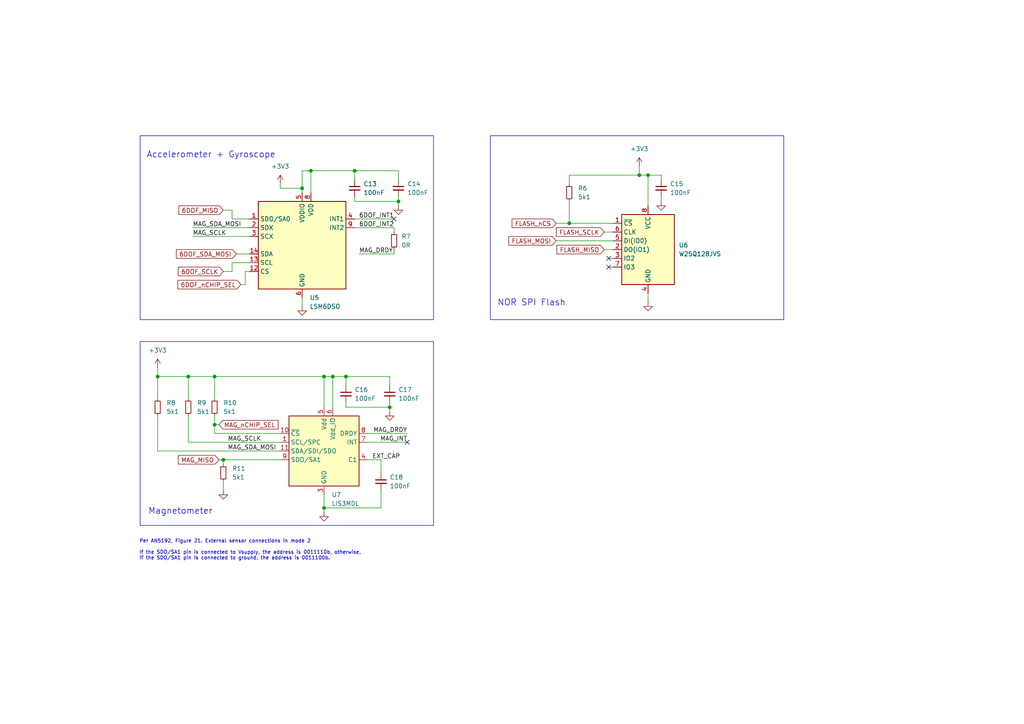
<source format=kicad_sch>
(kicad_sch (version 20231120) (generator "eeschema") (generator_version "8.0")
  (paper "A4")
  (lib_symbols
    (symbol "Device:C_Small" (pin_numbers hide) (pin_names (offset 0.254) hide)
      (property "Reference" "C" (at 0.254 1.778 0))
      (property "Value" "C_Small" (at 0.254 -2.032 0))
      (symbol "C_Small_0_1"
        (polyline (pts (xy -1.524 -0.508) (xy 1.524 -0.508)) (stroke (width 0.3302)))
        (polyline (pts (xy -1.524 0.508) (xy 1.524 0.508)) (stroke (width 0.3048)))
      )
      (symbol "C_Small_1_1"
        (pin passive line (at 0 2.54 270) (length 2.032) (name "~") (number "1"))
        (pin passive line (at 0 -2.54 90) (length 2.032) (name "~") (number "2"))
      )
    )
    (symbol "Device:R_Small" (pin_numbers hide) (pin_names (offset 0.254) hide)
      (property "Reference" "R" (at 0.762 0.508 0))
      (property "Value" "R_Small" (at 0.762 -1.016 0))
      (symbol "R_Small_0_1"
        (rectangle (start -0.762 1.778) (end 0.762 -1.778) (stroke (width 0.2032)))
      )
      (symbol "R_Small_1_1"
        (pin passive line (at 0 2.54 270) (length 0.762) (name "~") (number "1"))
        (pin passive line (at 0 -2.54 90) (length 0.762) (name "~") (number "2"))
      )
    )
    (symbol "GND_1" (power) (pin_numbers hide) (pin_names (offset 0) hide)
      (property "Value" "GND" (at 0 -3.81 0))
      (symbol "GND_1_0_1"
        (polyline (pts (xy 0 0) (xy 0 -1.27) (xy 1.27 -1.27) (xy 0 -2.54) (xy -1.27 -1.27) (xy 0 -1.27)))
      )
      (symbol "GND_1_1_1"
        (pin power_in line (at 0 0 270) (length 0) (name "~") (number "1"))
      )
    )
    (symbol "Memory_Flash:W25Q128JVS"
      (property "Reference" "U" (at -8.89 8.89 0))
      (property "Value" "W25Q128JVS" (at 7.62 8.89 0))
      (symbol "W25Q128JVS_0_1"
        (rectangle (start -7.62 10.16) (end 7.62 -10.16) (stroke (width 0.254)) (fill (type background)))
      )
      (symbol "W25Q128JVS_1_1"
        (pin input line (at -10.16 7.62 0) (length 2.54) (name "~{CS}") (number "1"))
        (pin bidirectional line (at -10.16 0 0) (length 2.54) (name "DO(IO1)") (number "2"))
        (pin bidirectional line (at -10.16 -2.54 0) (length 2.54) (name "IO2") (number "3"))
        (pin power_in line (at 0 -12.7 90) (length 2.54) (name "GND") (number "4"))
        (pin bidirectional line (at -10.16 2.54 0) (length 2.54) (name "DI(IO0)") (number "5"))
        (pin input line (at -10.16 5.08 0) (length 2.54) (name "CLK") (number "6"))
        (pin bidirectional line (at -10.16 -5.08 0) (length 2.54) (name "IO3") (number "7"))
        (pin power_in line (at 0 12.7 270) (length 2.54) (name "VCC") (number "8"))
      )
    )
    (symbol "Sensor_Magnetic:LIS3MDL"
      (property "Reference" "U" (at -8.89 11.43 0))
      (property "Value" "LIS3MDL" (at 7.62 11.43 0))
      (symbol "LIS3MDL_0_1"
        (rectangle (start -10.16 10.16) (end 10.16 -10.16) (stroke (width 0.254)) (fill (type background)))
      )
      (symbol "LIS3MDL_1_1"
        (pin input line (at -12.7 2.54 0) (length 2.54) (name "SCL/SPC") (number "1"))
        (pin input line (at -12.7 5.08 0) (length 2.54) (name "~{CS}") (number "10"))
        (pin bidirectional line (at -12.7 0 0) (length 2.54) (name "SDA/SDI/SDO") (number "11"))
        (pin passive line (at 0 -12.7 90) (length 2.54) hide (name "GND") (number "12"))
        (pin passive line (at 0 -12.7 90) (length 2.54) hide (name "GND") (number "2"))
        (pin power_in line (at 0 -12.7 90) (length 2.54) (name "GND") (number "3"))
        (pin power_out line (at 12.7 -2.54 180) (length 2.54) (name "C1") (number "4"))
        (pin power_in line (at 0 12.7 270) (length 2.54) (name "Vdd") (number "5"))
        (pin power_in line (at 2.54 12.7 270) (length 2.54) (name "Vdd_IO") (number "6"))
        (pin output line (at 12.7 2.54 180) (length 2.54) (name "INT") (number "7"))
        (pin output line (at 12.7 5.08 180) (length 2.54) (name "DRDY") (number "8"))
        (pin bidirectional line (at -12.7 -2.54 0) (length 2.54) (name "SDO/SA1") (number "9"))
      )
    )
    (symbol "Sensor_Motion:LSM6DS3"
      (property "Reference" "U" (at -11.43 15.24 0))
      (property "Value" "LSM6DS3" (at -11.43 12.7 0))
      (symbol "LSM6DS3_0_1"
        (rectangle (start -12.7 12.7) (end 12.7 -12.7) (stroke (width 0.254)) (fill (type background)))
      )
      (symbol "LSM6DS3_1_1"
        (pin bidirectional line (at -15.24 7.62 0) (length 2.54) (name "SDO/SA0") (number "1"))
        (pin no_connect line (at 12.7 -5.08 180) (length 3.81) hide (name "NC") (number "10"))
        (pin no_connect line (at 12.7 -2.54 180) (length 3.81) hide (name "NC") (number "11"))
        (pin input line (at -15.24 -7.62 0) (length 2.54) (name "CS") (number "12"))
        (pin input line (at -15.24 -5.08 0) (length 2.54) (name "SCL") (number "13"))
        (pin bidirectional line (at -15.24 -2.54 0) (length 2.54) (name "SDA") (number "14"))
        (pin bidirectional line (at -15.24 5.08 0) (length 2.54) (name "SDX") (number "2"))
        (pin input line (at -15.24 2.54 0) (length 2.54) (name "SCX") (number "3"))
        (pin output line (at 15.24 7.62 180) (length 2.54) (name "INT1") (number "4"))
        (pin power_in line (at 0 15.24 270) (length 2.54) (name "VDDIO") (number "5"))
        (pin power_in line (at 0 -15.24 90) (length 2.54) (name "GND") (number "6"))
        (pin passive line (at 0 -15.24 90) (length 2.54) hide (name "GND") (number "7"))
        (pin power_in line (at 2.54 15.24 270) (length 2.54) (name "VDD") (number "8"))
        (pin output line (at 15.24 5.08 180) (length 2.54) (name "INT2") (number "9"))
      )
    )
    (symbol "power:+3V3" (power) (pin_numbers hide) (pin_names (offset 0) hide)
      (property "Value" "+3V3" (at 0 3.556 0))
      (symbol "+3V3_0_1"
        (polyline (pts (xy -0.762 1.27) (xy 0 2.54)))
        (polyline (pts (xy 0 0) (xy 0 2.54)))
        (polyline (pts (xy 0 2.54) (xy 0.762 1.27)))
      )
      (symbol "+3V3_1_1"
        (pin power_in line (at 0 0 90) (length 0) (name "~") (number "1"))
      )
    )
  )
  (junction (at 64.77 133.35))
  (junction (at 113.03 118.11))
  (junction (at 115.57 58.42))
  (junction (at 45.72 109.22))
  (junction (at 54.61 109.22))
  (junction (at 185.42 50.8))
  (junction (at 90.17 49.53))
  (junction (at 62.23 123.19))
  (junction (at 102.87 49.53))
  (junction (at 165.1 64.77))
  (junction (at 100.33 109.22))
  (junction (at 96.52 109.22))
  (junction (at 87.63 54.61))
  (junction (at 93.98 147.32))
  (junction (at 187.96 50.8))
  (junction (at 62.23 109.22))
  (junction (at 93.98 109.22))
  (no_connect (at 118.11 128.27))
  (no_connect (at 114.3 63.5))
  (no_connect (at 176.53 74.93))
  (no_connect (at 176.53 77.47))
  (wire (pts (xy 102.87 58.42) (xy 115.57 58.42)))
  (wire (pts (xy 63.5 133.35) (xy 64.77 133.35)))
  (wire (pts (xy 161.29 69.85) (xy 177.8 69.85)))
  (wire (pts (xy 100.33 111.76) (xy 100.33 109.22)))
  (wire (pts (xy 175.26 67.31) (xy 177.8 67.31)))
  (wire (pts (xy 115.57 52.07) (xy 115.57 49.53)))
  (wire (pts (xy 67.31 60.96) (xy 67.31 63.5)))
  (wire (pts (xy 54.61 109.22) (xy 62.23 109.22)))
  (wire (pts (xy 115.57 49.53) (xy 102.87 49.53)))
  (wire (pts (xy 113.03 118.11) (xy 113.03 119.38)))
  (wire (pts (xy 102.87 49.53) (xy 90.17 49.53)))
  (wire (pts (xy 64.77 133.35) (xy 81.28 133.35)))
  (wire (pts (xy 175.26 72.39) (xy 177.8 72.39)))
  (wire (pts (xy 81.28 53.34) (xy 81.28 54.61)))
  (wire (pts (xy 115.57 57.15) (xy 115.57 58.42)))
  (wire (pts (xy 71.12 82.55) (xy 71.12 78.74)))
  (wire (pts (xy 96.52 109.22) (xy 96.52 118.11)))
  (wire (pts (xy 81.28 54.61) (xy 87.63 54.61)))
  (wire (pts (xy 54.61 120.65) (xy 54.61 128.27)))
  (wire (pts (xy 165.1 58.42) (xy 165.1 64.77)))
  (wire (pts (xy 187.96 50.8) (xy 187.96 59.69)))
  (wire (pts (xy 110.49 142.24) (xy 110.49 147.32)))
  (wire (pts (xy 54.61 109.22) (xy 54.61 115.57)))
  (wire (pts (xy 63.5 123.19) (xy 62.23 123.19)))
  (wire (pts (xy 161.29 64.77) (xy 165.1 64.77)))
  (wire (pts (xy 113.03 109.22) (xy 100.33 109.22)))
  (wire (pts (xy 114.3 67.31) (xy 114.3 66.04)))
  (wire (pts (xy 45.72 120.65) (xy 45.72 130.81)))
  (wire (pts (xy 62.23 123.19) (xy 62.23 125.73)))
  (wire (pts (xy 93.98 109.22) (xy 93.98 118.11)))
  (wire (pts (xy 93.98 143.51) (xy 93.98 147.32)))
  (wire (pts (xy 176.53 74.93) (xy 177.8 74.93)))
  (wire (pts (xy 55.88 66.04) (xy 72.39 66.04)))
  (wire (pts (xy 87.63 49.53) (xy 90.17 49.53)))
  (wire (pts (xy 185.42 48.26) (xy 185.42 50.8)))
  (wire (pts (xy 69.85 82.55) (xy 71.12 82.55)))
  (wire (pts (xy 100.33 118.11) (xy 113.03 118.11)))
  (wire (pts (xy 110.49 147.32) (xy 93.98 147.32)))
  (wire (pts (xy 64.77 134.62) (xy 64.77 133.35)))
  (wire (pts (xy 87.63 86.36) (xy 87.63 88.9)))
  (wire (pts (xy 165.1 50.8) (xy 185.42 50.8)))
  (wire (pts (xy 55.88 68.58) (xy 72.39 68.58)))
  (wire (pts (xy 102.87 52.07) (xy 102.87 49.53)))
  (wire (pts (xy 71.12 78.74) (xy 72.39 78.74)))
  (wire (pts (xy 100.33 116.84) (xy 100.33 118.11)))
  (wire (pts (xy 93.98 109.22) (xy 96.52 109.22)))
  (wire (pts (xy 187.96 85.09) (xy 187.96 87.63)))
  (wire (pts (xy 102.87 63.5) (xy 114.3 63.5)))
  (wire (pts (xy 104.14 73.66) (xy 114.3 73.66)))
  (wire (pts (xy 45.72 109.22) (xy 54.61 109.22)))
  (wire (pts (xy 165.1 50.8) (xy 165.1 53.34)))
  (wire (pts (xy 67.31 63.5) (xy 72.39 63.5)))
  (wire (pts (xy 185.42 50.8) (xy 187.96 50.8)))
  (wire (pts (xy 64.77 139.7) (xy 64.77 142.24)))
  (wire (pts (xy 64.77 60.96) (xy 67.31 60.96)))
  (wire (pts (xy 68.58 73.66) (xy 72.39 73.66)))
  (wire (pts (xy 114.3 72.39) (xy 114.3 73.66)))
  (wire (pts (xy 176.53 77.47) (xy 177.8 77.47)))
  (wire (pts (xy 191.77 50.8) (xy 187.96 50.8)))
  (wire (pts (xy 67.31 76.2) (xy 72.39 76.2)))
  (wire (pts (xy 62.23 109.22) (xy 62.23 115.57)))
  (wire (pts (xy 67.31 78.74) (xy 67.31 76.2)))
  (wire (pts (xy 45.72 130.81) (xy 81.28 130.81)))
  (wire (pts (xy 113.03 116.84) (xy 113.03 118.11)))
  (wire (pts (xy 115.57 58.42) (xy 115.57 59.69)))
  (wire (pts (xy 106.68 128.27) (xy 118.11 128.27)))
  (wire (pts (xy 90.17 49.53) (xy 90.17 55.88)))
  (wire (pts (xy 62.23 120.65) (xy 62.23 123.19)))
  (wire (pts (xy 114.3 66.04) (xy 102.87 66.04)))
  (wire (pts (xy 102.87 57.15) (xy 102.87 58.42)))
  (wire (pts (xy 93.98 147.32) (xy 93.98 148.59)))
  (wire (pts (xy 113.03 111.76) (xy 113.03 109.22)))
  (wire (pts (xy 96.52 109.22) (xy 100.33 109.22)))
  (wire (pts (xy 87.63 49.53) (xy 87.63 54.61)))
  (wire (pts (xy 110.49 133.35) (xy 110.49 137.16)))
  (wire (pts (xy 106.68 125.73) (xy 118.11 125.73)))
  (wire (pts (xy 191.77 57.15) (xy 191.77 58.42)))
  (wire (pts (xy 54.61 128.27) (xy 81.28 128.27)))
  (wire (pts (xy 191.77 52.07) (xy 191.77 50.8)))
  (wire (pts (xy 62.23 109.22) (xy 93.98 109.22)))
  (wire (pts (xy 106.68 133.35) (xy 110.49 133.35)))
  (wire (pts (xy 45.72 109.22) (xy 45.72 115.57)))
  (wire (pts (xy 64.77 78.74) (xy 67.31 78.74)))
  (wire (pts (xy 165.1 64.77) (xy 177.8 64.77)))
  (wire (pts (xy 62.23 125.73) (xy 81.28 125.73)))
  (wire (pts (xy 87.63 54.61) (xy 87.63 55.88)))
  (wire (pts (xy 45.72 106.68) (xy 45.72 109.22)))
  (rectangle (start 142.24 39.37) (end 227.33 92.71))
  (rectangle (start 40.64 99.06) (end 125.73 152.4))
  (rectangle (start 40.64 39.37) (end 125.73 92.71))
  (text "Magnetometer" (at 52.324 148.336 0) (effects (font (size 1.778 1.778))))
  (text "NOR SPI Flash" (at 154.178 87.884 0) (effects (font (size 1.778 1.778))))
  (text "Accelerometer + Gyroscope" (at 61.214 44.958 0) (effects (font (size 1.778 1.778))))
  (text "Per AN5192, Figure 21. External sensor connections in mode 2\n\nIf the SDO/SA1 pin is connected to Vsupply, the address is 0011110b, otherwise, \nif the SDO/SA1 pin is connected to ground, the address is 0011100b." (at 40.386 159.512 0) (effects (font (size 1.016 1.016)) (justify left)))
  (label "EXT_CAP" (at 107.95 133.35 0))
  (label "6DOF_INT1" (at 114.3 63.5 180))
  (label "MAG_INT" (at 118.11 128.27 180))
  (label "MAG_SCLK" (at 66.04 128.27 0))
  (label "MAG_DRDY" (at 118.11 125.73 180))
  (label "MAG_DRDY" (at 104.14 73.66 0))
  (label "6DOF_INT2" (at 104.14 66.04 0))
  (label "MAG_SDA_MOSI" (at 66.04 130.81 0))
  (label "MAG_SCLK" (at 55.88 68.58 0))
  (label "MAG_SDA_MOSI" (at 55.88 66.04 0))
  (global_label "6DOF_SDA_MOSI" (shape input) (at 68.58 73.66 180) (property "Intersheetrefs" "${INTERSHEET_REFS}" (effects (hide yes))))
  (global_label "MAG_nCHIP_SEL" (shape input) (at 63.5 123.19 0) (property "Intersheetrefs" "${INTERSHEET_REFS}" (effects (hide yes))))
  (global_label "FLASH_MISO" (shape input) (at 175.26 72.39 180) (property "Intersheetrefs" "${INTERSHEET_REFS}" (effects (hide yes))))
  (global_label "FLASH_nCS" (shape input) (at 161.29 64.77 180) (property "Intersheetrefs" "${INTERSHEET_REFS}" (effects (hide yes))))
  (global_label "MAG_MISO" (shape input) (at 63.5 133.35 180) (property "Intersheetrefs" "${INTERSHEET_REFS}" (effects (hide yes))))
  (global_label "FLASH_SCLK" (shape input) (at 175.26 67.31 180) (property "Intersheetrefs" "${INTERSHEET_REFS}" (effects (hide yes))))
  (global_label "6DOF_MISO" (shape input) (at 64.77 60.96 180) (property "Intersheetrefs" "${INTERSHEET_REFS}" (effects (hide yes))))
  (global_label "6DOF_nCHIP_SEL" (shape input) (at 69.85 82.55 180) (property "Intersheetrefs" "${INTERSHEET_REFS}" (effects (hide yes))))
  (global_label "FLASH_MOSI" (shape input) (at 161.29 69.85 180) (property "Intersheetrefs" "${INTERSHEET_REFS}" (effects (hide yes))))
  (global_label "6DOF_SCLK" (shape input) (at 64.77 78.74 180) (property "Intersheetrefs" "${INTERSHEET_REFS}" (effects (hide yes))))
  (symbol (lib_id "Device:R_Small") (at 114.3 69.85 0) (mirror y) (unit 1)
    (property "Reference" "R7" (at 119.126 68.58 0) (effects (justify left)))
    (property "Value" "0R" (at 119.126 71.12 0) (effects (justify left)))
    (property "Footprint" "Resistor_SMD:R_0402_1005Metric" (effects (hide yes)))
    (property "Datasheet" "https://datasheet.lcsc.com/lcsc/2206010216_UNI-ROYAL-Uniroyal-Elec-0402WGF0000TCE_C17168.pdf" (effects (hide yes)))
    (property "LCSC Part #" "C17168" (effects (hide yes)))
    (property "Manufacturer" "UNI-ROYAL" (effects (hide yes)))
    (property "Manufacturer Part Number" "0402WGF0000TCE" (effects (hide yes)))
  )
  (symbol (lib_id "Device:C_Small") (at 115.57 54.61 0) (unit 1)
    (property "Reference" "C14" (at 118.11 53.3462 0) (effects (justify left)))
    (property "Value" "100nF" (at 118.11 55.8862 0) (effects (justify left)))
    (property "Footprint" "Capacitor_SMD:C_0402_1005Metric" (effects (hide yes)))
    (property "Datasheet" "https://mm.digikey.com/Volume0/opasdata/d220001/medias/docus/609/CL05B104KO5NNNC.pdf" (effects (hide yes)))
    (property "Description" "Unpolarized capacitor, small symbol" (effects (hide yes)))
    (property "Manufacturer" "Samsung Electro-Mechanics" (effects (hide yes)))
    (property "Manufacturer Part Number" "CL05B104KO5NNNC" (effects (hide yes)))
    (property "LCSC Part #" "C1525" (effects (hide yes)))
  )
  (symbol (lib_id "Device:C_Small") (at 100.33 114.3 0) (unit 1)
    (property "Reference" "C16" (at 102.87 113.0362 0) (effects (justify left)))
    (property "Value" "100nF" (at 102.87 115.5762 0) (effects (justify left)))
    (property "Footprint" "Capacitor_SMD:C_0402_1005Metric" (effects (hide yes)))
    (property "Datasheet" "https://mm.digikey.com/Volume0/opasdata/d220001/medias/docus/609/CL05B104KO5NNNC.pdf" (effects (hide yes)))
    (property "Description" "Unpolarized capacitor, small symbol" (effects (hide yes)))
    (property "Manufacturer" "Samsung Electro-Mechanics" (effects (hide yes)))
    (property "Manufacturer Part Number" "CL05B104KO5NNNC" (effects (hide yes)))
    (property "LCSC Part #" "C1525" (effects (hide yes)))
  )
  (symbol (lib_name "GND_1") (lib_id "power:GND") (at 115.57 59.69 0) (unit 1)
    (property "Reference" "#PWR021" (effects (hide yes)))
    (property "Value" "GND" (effects (hide yes)))
    (property "Description" "Power symbol creates a global label with name \"GND\" , ground" (effects (hide yes)))
  )
  (symbol (lib_id "Device:C_Small") (at 113.03 114.3 0) (unit 1)
    (property "Reference" "C17" (at 115.57 113.0362 0) (effects (justify left)))
    (property "Value" "100nF" (at 115.57 115.5762 0) (effects (justify left)))
    (property "Footprint" "Capacitor_SMD:C_0402_1005Metric" (effects (hide yes)))
    (property "Datasheet" "https://mm.digikey.com/Volume0/opasdata/d220001/medias/docus/609/CL05B104KO5NNNC.pdf" (effects (hide yes)))
    (property "Description" "Unpolarized capacitor, small symbol" (effects (hide yes)))
    (property "Manufacturer" "Samsung Electro-Mechanics" (effects (hide yes)))
    (property "Manufacturer Part Number" "CL05B104KO5NNNC" (effects (hide yes)))
    (property "LCSC Part #" "C1525" (effects (hide yes)))
  )
  (symbol (lib_id "Sensor_Magnetic:LIS3MDL") (at 93.98 130.81 0) (unit 1)
    (property "Reference" "U7" (at 96.1741 143.51 0) (effects (justify left)))
    (property "Value" "LIS3MDL" (at 96.1741 146.05 0) (effects (justify left)))
    (property "Footprint" "Package_LGA:LGA-12_2x2mm_P0.5mm" (effects (hide yes)))
    (property "Datasheet" "https://www.st.com/resource/en/datasheet/lis3mdl.pdf" (effects (hide yes)))
    (property "LCSC Part #" "C478483" (effects (hide yes)))
    (property "Manufacturer Part Number" "LIS3MDLTR" (effects (hide yes)))
    (property "Manufacturer" "STMicroelectronics" (effects (hide yes)))
  )
  (symbol (lib_id "power:+3V3") (at 81.28 53.34 0) (unit 1)
    (property "Reference" "#PWR019" (effects (hide yes)))
    (property "Value" "+3V3" (at 81.28 48.26 0))
    (property "Description" "Power symbol creates a global label with name \"+3V3\"" (effects (hide yes)))
  )
  (symbol (lib_id "Memory_Flash:W25Q128JVS") (at 187.96 72.39 0) (unit 1)
    (property "Reference" "U6" (at 196.85 71.1199 0) (effects (justify left)))
    (property "Value" "W25Q128JVS" (at 196.85 73.6599 0) (effects (justify left)))
    (property "Footprint" "Package_SO:SOIC-8_5.23x5.23mm_P1.27mm" (effects (hide yes)))
    (property "Datasheet" "http://www.winbond.com/resource-files/w25q128jv_dtr%20revc%2003272018%20plus.pdf" (effects (hide yes)))
    (property "Description" "128Mb Serial Flash Memory, Standard/Dual/Quad SPI, SOIC-8" (effects (hide yes)))
    (property "LCSC Part #" "C97521" (effects (hide yes)))
    (property "Manufacturer" " Winbond Electronics" (effects (hide yes)))
    (property "Manufacturer Part Number" "W25Q128JVSIQ" (effects (hide yes)))
  )
  (symbol (lib_id "Device:R_Small") (at 64.77 137.16 0) (unit 1)
    (property "Reference" "R11" (at 67.31 135.8899 0) (effects (justify left)))
    (property "Value" "5k1" (at 67.31 138.4299 0) (effects (justify left)))
    (property "Footprint" "Resistor_SMD:R_0603_1608Metric" (effects (hide yes)))
    (property "Datasheet" "https://wmsc.lcsc.com/wmsc/upload/file/pdf/v2/lcsc/2206010116_UNI-ROYAL-Uniroyal-Elec-0603WAF5101T5E_C23186.pdf" (effects (hide yes)))
    (property "Description" "Resistor, small symbol" (effects (hide yes)))
    (property "Manufacturer" "UNI-ROYAL" (effects (hide yes)))
    (property "Manufacturer Part Number" "0603WAF5101T5E" (effects (hide yes)))
    (property "LCSC Part #" "C23186" (effects (hide yes)))
  )
  (symbol (lib_id "Sensor_Motion:LSM6DS3") (at 87.63 71.12 0) (unit 1)
    (property "Reference" "U5" (at 89.8241 86.36 0) (effects (justify left)))
    (property "Value" "LSM6DSO" (at 89.8241 88.9 0) (effects (justify left)))
    (property "Footprint" "Package_LGA:LGA-14_3x2.5mm_P0.5mm_LayoutBorder3x4y" (effects (hide yes)))
    (property "Datasheet" "https://www.st.com/resource/en/datasheet/lsm6dsox.pdf" (effects (hide yes)))
    (property "LCSC Part #" "C2829074" (effects (hide yes)))
    (property "Manufacturer Part Number" "LSM6DSOTR" (effects (hide yes)))
    (property "Manufacturer" "STMicroelectronics" (effects (hide yes)))
  )
  (symbol (lib_id "Device:C_Small") (at 191.77 54.61 0) (unit 1)
    (property "Reference" "C15" (at 194.31 53.3462 0) (effects (justify left)))
    (property "Value" "100nF" (at 194.31 55.8862 0) (effects (justify left)))
    (property "Footprint" "Capacitor_SMD:C_0402_1005Metric" (effects (hide yes)))
    (property "Datasheet" "https://mm.digikey.com/Volume0/opasdata/d220001/medias/docus/609/CL05B104KO5NNNC.pdf" (effects (hide yes)))
    (property "Description" "Unpolarized capacitor, small symbol" (effects (hide yes)))
    (property "Manufacturer" "Samsung Electro-Mechanics" (effects (hide yes)))
    (property "Manufacturer Part Number" "CL05B104KO5NNNC" (effects (hide yes)))
    (property "LCSC Part #" "C1525" (effects (hide yes)))
  )
  (symbol (lib_id "Device:R_Small") (at 62.23 118.11 0) (unit 1)
    (property "Reference" "R10" (at 64.77 116.8399 0) (effects (justify left)))
    (property "Value" "5k1" (at 64.77 119.3799 0) (effects (justify left)))
    (property "Footprint" "Resistor_SMD:R_0603_1608Metric" (effects (hide yes)))
    (property "Datasheet" "https://wmsc.lcsc.com/wmsc/upload/file/pdf/v2/lcsc/2206010116_UNI-ROYAL-Uniroyal-Elec-0603WAF5101T5E_C23186.pdf" (effects (hide yes)))
    (property "Description" "Resistor, small symbol" (effects (hide yes)))
    (property "Manufacturer" "UNI-ROYAL" (effects (hide yes)))
    (property "Manufacturer Part Number" "0603WAF5101T5E" (effects (hide yes)))
    (property "LCSC Part #" "C23186" (effects (hide yes)))
  )
  (symbol (lib_id "Device:C_Small") (at 102.87 54.61 0) (unit 1)
    (property "Reference" "C13" (at 105.41 53.3462 0) (effects (justify left)))
    (property "Value" "100nF" (at 105.41 55.8862 0) (effects (justify left)))
    (property "Footprint" "Capacitor_SMD:C_0402_1005Metric" (effects (hide yes)))
    (property "Datasheet" "https://mm.digikey.com/Volume0/opasdata/d220001/medias/docus/609/CL05B104KO5NNNC.pdf" (effects (hide yes)))
    (property "Description" "Unpolarized capacitor, small symbol" (effects (hide yes)))
    (property "Manufacturer" "Samsung Electro-Mechanics" (effects (hide yes)))
    (property "Manufacturer Part Number" "CL05B104KO5NNNC" (effects (hide yes)))
    (property "LCSC Part #" "C1525" (effects (hide yes)))
  )
  (symbol (lib_name "GND_1") (lib_id "power:GND") (at 64.77 142.24 0) (unit 1)
    (property "Reference" "#PWR026" (effects (hide yes)))
    (property "Value" "GND" (effects (hide yes)))
    (property "Description" "Power symbol creates a global label with name \"GND\" , ground" (effects (hide yes)))
  )
  (symbol (lib_id "power:+3V3") (at 45.72 106.68 0) (unit 1)
    (property "Reference" "#PWR024" (effects (hide yes)))
    (property "Value" "+3V3" (at 45.72 101.6 0))
    (property "Description" "Power symbol creates a global label with name \"+3V3\"" (effects (hide yes)))
  )
  (symbol (lib_id "Device:R_Small") (at 54.61 118.11 0) (unit 1)
    (property "Reference" "R9" (at 57.15 116.8399 0) (effects (justify left)))
    (property "Value" "5k1" (at 57.15 119.3799 0) (effects (justify left)))
    (property "Footprint" "Resistor_SMD:R_0603_1608Metric" (effects (hide yes)))
    (property "Datasheet" "https://wmsc.lcsc.com/wmsc/upload/file/pdf/v2/lcsc/2206010116_UNI-ROYAL-Uniroyal-Elec-0603WAF5101T5E_C23186.pdf" (effects (hide yes)))
    (property "Description" "Resistor, small symbol" (effects (hide yes)))
    (property "Manufacturer" "UNI-ROYAL" (effects (hide yes)))
    (property "Manufacturer Part Number" "0603WAF5101T5E" (effects (hide yes)))
    (property "LCSC Part #" "C23186" (effects (hide yes)))
  )
  (symbol (lib_id "Device:R_Small") (at 165.1 55.88 0) (unit 1)
    (property "Reference" "R6" (at 167.64 54.6099 0) (effects (justify left)))
    (property "Value" "5k1" (at 167.64 57.1499 0) (effects (justify left)))
    (property "Footprint" "Resistor_SMD:R_0603_1608Metric" (effects (hide yes)))
    (property "Datasheet" "https://wmsc.lcsc.com/wmsc/upload/file/pdf/v2/lcsc/2206010116_UNI-ROYAL-Uniroyal-Elec-0603WAF5101T5E_C23186.pdf" (effects (hide yes)))
    (property "Description" "Resistor, small symbol" (effects (hide yes)))
    (property "Manufacturer" "UNI-ROYAL" (effects (hide yes)))
    (property "Manufacturer Part Number" "0603WAF5101T5E" (effects (hide yes)))
    (property "LCSC Part #" "C23186" (effects (hide yes)))
  )
  (symbol (lib_name "GND_1") (lib_id "power:GND") (at 113.03 119.38 0) (unit 1)
    (property "Reference" "#PWR025" (effects (hide yes)))
    (property "Value" "GND" (effects (hide yes)))
    (property "Description" "Power symbol creates a global label with name \"GND\" , ground" (effects (hide yes)))
  )
  (symbol (lib_id "power:+3V3") (at 185.42 48.26 0) (unit 1)
    (property "Reference" "#PWR018" (effects (hide yes)))
    (property "Value" "+3V3" (at 185.42 43.18 0))
    (property "Description" "Power symbol creates a global label with name \"+3V3\"" (effects (hide yes)))
  )
  (symbol (lib_id "Device:C_Small") (at 110.49 139.7 0) (unit 1)
    (property "Reference" "C18" (at 113.03 138.4362 0) (effects (justify left)))
    (property "Value" "100nF" (at 113.03 140.9762 0) (effects (justify left)))
    (property "Footprint" "Capacitor_SMD:C_0402_1005Metric" (effects (hide yes)))
    (property "Datasheet" "https://mm.digikey.com/Volume0/opasdata/d220001/medias/docus/609/CL05B104KO5NNNC.pdf" (effects (hide yes)))
    (property "Description" "Unpolarized capacitor, small symbol" (effects (hide yes)))
    (property "Manufacturer" "Samsung Electro-Mechanics" (effects (hide yes)))
    (property "Manufacturer Part Number" "CL05B104KO5NNNC" (effects (hide yes)))
    (property "LCSC Part #" "C1525" (effects (hide yes)))
  )
  (symbol (lib_name "GND_1") (lib_id "power:GND") (at 93.98 148.59 0) (unit 1)
    (property "Reference" "#PWR027" (effects (hide yes)))
    (property "Value" "GND" (effects (hide yes)))
    (property "Description" "Power symbol creates a global label with name \"GND\" , ground" (effects (hide yes)))
  )
  (symbol (lib_name "GND_1") (lib_id "power:GND") (at 187.96 87.63 0) (unit 1)
    (property "Reference" "#PWR022" (effects (hide yes)))
    (property "Value" "GND" (effects (hide yes)))
    (property "Description" "Power symbol creates a global label with name \"GND\" , ground" (effects (hide yes)))
  )
  (symbol (lib_name "GND_1") (lib_id "power:GND") (at 191.77 58.42 0) (unit 1)
    (property "Reference" "#PWR020" (effects (hide yes)))
    (property "Value" "GND" (effects (hide yes)))
    (property "Description" "Power symbol creates a global label with name \"GND\" , ground" (effects (hide yes)))
  )
  (symbol (lib_name "GND_1") (lib_id "power:GND") (at 87.63 88.9 0) (unit 1)
    (property "Reference" "#PWR023" (effects (hide yes)))
    (property "Value" "GND" (effects (hide yes)))
    (property "Description" "Power symbol creates a global label with name \"GND\" , ground" (effects (hide yes)))
  )
  (symbol (lib_id "Device:R_Small") (at 45.72 118.11 0) (unit 1)
    (property "Reference" "R8" (at 48.26 116.8399 0) (effects (justify left)))
    (property "Value" "5k1" (at 48.26 119.3799 0) (effects (justify left)))
    (property "Footprint" "Resistor_SMD:R_0603_1608Metric" (effects (hide yes)))
    (property "Datasheet" "https://wmsc.lcsc.com/wmsc/upload/file/pdf/v2/lcsc/2206010116_UNI-ROYAL-Uniroyal-Elec-0603WAF5101T5E_C23186.pdf" (effects (hide yes)))
    (property "Description" "Resistor, small symbol" (effects (hide yes)))
    (property "Manufacturer" "UNI-ROYAL" (effects (hide yes)))
    (property "Manufacturer Part Number" "0603WAF5101T5E" (effects (hide yes)))
    (property "LCSC Part #" "C23186" (effects (hide yes)))
  )
)
</source>
